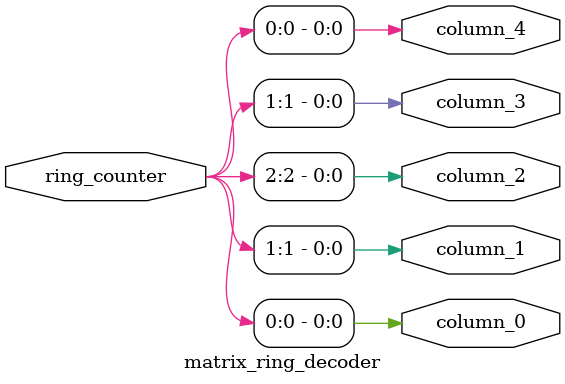
<source format=v>
module matrix_ring_decoder(
    output column_0,
	output column_1,
	output column_2,
	output column_3,
	output column_4,

    input [2:0] ring_counter
);
	
	and (column_0, ring_counter[0], ring_counter[0]); 
	and (column_1, ring_counter[1], ring_counter[1]);
	and (column_2, ring_counter[2], ring_counter[2]);
    and (column_3, ring_counter[1], ring_counter[1]);
	and (column_4, ring_counter[0], ring_counter[0]);


endmodule
</source>
